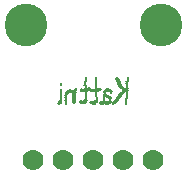
<source format=gbr>
G04 EAGLE Gerber RS-274X export*
G75*
%MOMM*%
%FSLAX34Y34*%
%LPD*%
%INSoldermask Bottom*%
%IPPOS*%
%AMOC8*
5,1,8,0,0,1.08239X$1,22.5*%
G01*
%ADD10C,3.617600*%
%ADD11C,1.778000*%
%ADD12R,0.063500X0.012700*%
%ADD13R,0.127000X0.012700*%
%ADD14R,0.165100X0.012700*%
%ADD15R,0.190500X0.012700*%
%ADD16R,0.012700X0.012700*%
%ADD17R,0.025400X0.012700*%
%ADD18R,0.203200X0.012700*%
%ADD19R,0.292100X0.012700*%
%ADD20R,0.139700X0.012700*%
%ADD21R,0.215900X0.012700*%
%ADD22R,0.038100X0.012700*%
%ADD23R,0.355600X0.012700*%
%ADD24R,0.266700X0.012700*%
%ADD25R,0.228600X0.012700*%
%ADD26R,0.114300X0.012700*%
%ADD27R,0.419100X0.012700*%
%ADD28R,0.330200X0.012700*%
%ADD29R,0.101600X0.012700*%
%ADD30R,0.241300X0.012700*%
%ADD31R,0.177800X0.012700*%
%ADD32R,0.482600X0.012700*%
%ADD33R,0.381000X0.012700*%
%ADD34R,0.254000X0.012700*%
%ADD35R,0.850900X0.012700*%
%ADD36R,0.279400X0.012700*%
%ADD37R,0.889000X0.012700*%
%ADD38R,0.457200X0.012700*%
%ADD39R,0.088900X0.012700*%
%ADD40R,0.914400X0.012700*%
%ADD41R,0.508000X0.012700*%
%ADD42R,0.152400X0.012700*%
%ADD43R,0.304800X0.012700*%
%ADD44R,0.927100X0.012700*%
%ADD45R,0.520700X0.012700*%
%ADD46R,0.393700X0.012700*%
%ADD47R,0.317500X0.012700*%
%ADD48R,0.939800X0.012700*%
%ADD49R,0.546100X0.012700*%
%ADD50R,0.431800X0.012700*%
%ADD51R,0.342900X0.012700*%
%ADD52R,0.965200X0.012700*%
%ADD53R,0.571500X0.012700*%
%ADD54R,0.469900X0.012700*%
%ADD55R,0.596900X0.012700*%
%ADD56R,0.495300X0.012700*%
%ADD57R,0.368300X0.012700*%
%ADD58R,0.977900X0.012700*%
%ADD59R,0.533400X0.012700*%
%ADD60R,0.990600X0.012700*%
%ADD61R,0.609600X0.012700*%
%ADD62R,0.558800X0.012700*%
%ADD63R,0.622300X0.012700*%
%ADD64R,0.584200X0.012700*%
%ADD65R,0.635000X0.012700*%
%ADD66R,0.406400X0.012700*%
%ADD67R,0.647700X0.012700*%
%ADD68R,0.050800X0.012700*%
%ADD69R,0.876300X0.012700*%
%ADD70R,0.863600X0.012700*%
%ADD71R,0.698500X0.012700*%
%ADD72R,0.723900X0.012700*%
%ADD73R,0.660400X0.012700*%
%ADD74R,0.685800X0.012700*%
%ADD75R,0.762000X0.012700*%
%ADD76R,0.711200X0.012700*%
%ADD77R,0.673100X0.012700*%
%ADD78R,0.787400X0.012700*%
%ADD79R,0.749300X0.012700*%
%ADD80R,0.825500X0.012700*%
%ADD81R,0.774700X0.012700*%
%ADD82R,0.800100X0.012700*%
%ADD83R,0.838200X0.012700*%
%ADD84R,0.444500X0.012700*%
%ADD85R,0.901700X0.012700*%
%ADD86R,0.812800X0.012700*%
%ADD87R,0.076200X0.012700*%


D10*
X25400Y139700D03*
X139700Y139700D03*
D11*
X31750Y25400D03*
X57150Y25400D03*
X82550Y25400D03*
X107950Y25400D03*
X133350Y25400D03*
D12*
X110236Y71882D03*
D13*
X110173Y72009D03*
D14*
X110236Y72136D03*
D15*
X110236Y72263D03*
D16*
X94361Y72263D03*
X93980Y72263D03*
D17*
X93155Y72263D03*
D12*
X82804Y72263D03*
D17*
X53912Y72263D03*
D16*
X53594Y72263D03*
D18*
X110173Y72390D03*
D19*
X93980Y72390D03*
D20*
X89916Y72390D03*
D18*
X82741Y72390D03*
D20*
X53721Y72390D03*
D21*
X110236Y72517D03*
D22*
X99568Y72517D03*
D23*
X94044Y72517D03*
D21*
X89916Y72517D03*
D24*
X82804Y72517D03*
D15*
X53721Y72517D03*
D25*
X110173Y72644D03*
D26*
X99568Y72644D03*
D27*
X94107Y72644D03*
D24*
X89916Y72644D03*
D28*
X82741Y72644D03*
D29*
X59500Y72644D03*
D25*
X53785Y72644D03*
D30*
X110236Y72771D03*
D31*
X99632Y72771D03*
D32*
X94044Y72771D03*
D19*
X89916Y72771D03*
D33*
X82741Y72771D03*
D13*
X73724Y72771D03*
D20*
X59563Y72771D03*
D34*
X53785Y72771D03*
D30*
X110236Y72898D03*
D21*
X99695Y72898D03*
D35*
X92583Y72898D03*
D27*
X82677Y72898D03*
D21*
X73660Y72898D03*
D31*
X59500Y72898D03*
D36*
X53785Y72898D03*
D30*
X110236Y73025D03*
D34*
X99759Y73025D03*
D37*
X92647Y73025D03*
D38*
X82614Y73025D03*
D19*
X73660Y73025D03*
D39*
X66167Y73025D03*
D18*
X59500Y73025D03*
D19*
X53848Y73025D03*
D30*
X110236Y73152D03*
D24*
X99822Y73152D03*
D40*
X92647Y73152D03*
D41*
X82614Y73152D03*
D23*
X73597Y73152D03*
D42*
X66231Y73152D03*
D18*
X59500Y73152D03*
D43*
X53912Y73152D03*
D30*
X110236Y73279D03*
D43*
X99886Y73279D03*
D44*
X92710Y73279D03*
D45*
X82677Y73279D03*
D46*
X73533Y73279D03*
D31*
X66231Y73279D03*
D25*
X59500Y73279D03*
D28*
X53912Y73279D03*
D30*
X110236Y73406D03*
D47*
X99949Y73406D03*
D48*
X92774Y73406D03*
D49*
X82677Y73406D03*
D50*
X73597Y73406D03*
D18*
X66231Y73406D03*
D25*
X59500Y73406D03*
D51*
X53975Y73406D03*
D30*
X110236Y73533D03*
D28*
X100013Y73533D03*
D52*
X92774Y73533D03*
D53*
X82677Y73533D03*
D54*
X73533Y73533D03*
D25*
X66231Y73533D03*
X59500Y73533D03*
D51*
X53975Y73533D03*
D30*
X110236Y73660D03*
D23*
X100140Y73660D03*
D52*
X92774Y73660D03*
D55*
X82677Y73660D03*
D56*
X73533Y73660D03*
D30*
X66294Y73660D03*
X59563Y73660D03*
D23*
X54039Y73660D03*
D30*
X110236Y73787D03*
D57*
X100203Y73787D03*
D58*
X92837Y73787D03*
D55*
X82804Y73787D03*
D59*
X73597Y73787D03*
D34*
X66231Y73787D03*
D30*
X59563Y73787D03*
D23*
X54039Y73787D03*
D25*
X110300Y73914D03*
D33*
X100267Y73914D03*
D60*
X92901Y73914D03*
D61*
X82741Y73914D03*
D62*
X73597Y73914D03*
D34*
X66231Y73914D03*
D30*
X59563Y73914D03*
D23*
X54166Y73914D03*
D25*
X110300Y74041D03*
D46*
X100330Y74041D03*
D60*
X92901Y74041D03*
D63*
X82804Y74041D03*
D64*
X73597Y74041D03*
D34*
X66231Y74041D03*
D30*
X59563Y74041D03*
D23*
X54166Y74041D03*
D25*
X110300Y74168D03*
D46*
X100457Y74168D03*
D58*
X92964Y74168D03*
D65*
X82868Y74168D03*
D55*
X73660Y74168D03*
D24*
X66294Y74168D03*
D30*
X59563Y74168D03*
D23*
X54293Y74168D03*
D30*
X110363Y74295D03*
D66*
X100521Y74295D03*
D58*
X93091Y74295D03*
D65*
X82868Y74295D03*
D61*
X73597Y74295D03*
D24*
X66294Y74295D03*
D30*
X59563Y74295D03*
D23*
X54293Y74295D03*
D30*
X110363Y74422D03*
D46*
X100584Y74422D03*
D58*
X93091Y74422D03*
D67*
X82931Y74422D03*
D61*
X73724Y74422D03*
D24*
X66294Y74422D03*
D30*
X59690Y74422D03*
D51*
X54356Y74422D03*
D25*
X110427Y74549D03*
D46*
X100711Y74549D03*
D47*
X96393Y74549D03*
D43*
X91631Y74549D03*
D42*
X89091Y74549D03*
D65*
X82995Y74549D03*
X73724Y74549D03*
D24*
X66294Y74549D03*
D30*
X59690Y74549D03*
D47*
X54483Y74549D03*
D25*
X110427Y74676D03*
D46*
X100838Y74676D03*
D19*
X96647Y74676D03*
D24*
X91567Y74676D03*
D29*
X89091Y74676D03*
D28*
X84646Y74676D03*
D36*
X81217Y74676D03*
D65*
X73724Y74676D03*
D24*
X66294Y74676D03*
D30*
X59690Y74676D03*
D19*
X54737Y74676D03*
D25*
X110427Y74803D03*
D57*
X100965Y74803D03*
D24*
X96774Y74803D03*
D30*
X91440Y74803D03*
D68*
X89091Y74803D03*
D43*
X84773Y74803D03*
D21*
X81026Y74803D03*
D65*
X73851Y74803D03*
D24*
X66294Y74803D03*
D30*
X59690Y74803D03*
D34*
X54928Y74803D03*
D25*
X110427Y74930D03*
D23*
X101156Y74930D03*
D30*
X96901Y74930D03*
D25*
X91377Y74930D03*
D36*
X84900Y74930D03*
D31*
X80963Y74930D03*
D65*
X73851Y74930D03*
D24*
X66294Y74930D03*
D30*
X59690Y74930D03*
X54991Y74930D03*
D25*
X110427Y75057D03*
D51*
X101346Y75057D03*
D25*
X96965Y75057D03*
X91377Y75057D03*
D36*
X85027Y75057D03*
D42*
X80963Y75057D03*
D65*
X73851Y75057D03*
D24*
X66294Y75057D03*
D30*
X59690Y75057D03*
X54991Y75057D03*
D25*
X110427Y75184D03*
D28*
X101537Y75184D03*
D25*
X96965Y75184D03*
X91504Y75184D03*
D24*
X85090Y75184D03*
D26*
X80899Y75184D03*
D47*
X75565Y75184D03*
D34*
X72073Y75184D03*
D24*
X66294Y75184D03*
D30*
X59690Y75184D03*
X54991Y75184D03*
D21*
X110490Y75311D03*
D28*
X101664Y75311D03*
D21*
X97028Y75311D03*
D25*
X91504Y75311D03*
D34*
X85154Y75311D03*
D19*
X75692Y75311D03*
D21*
X71882Y75311D03*
D24*
X66294Y75311D03*
D34*
X59754Y75311D03*
X55055Y75311D03*
D21*
X110490Y75438D03*
D28*
X101791Y75438D03*
D21*
X97028Y75438D03*
D25*
X91504Y75438D03*
D34*
X85154Y75438D03*
D19*
X75819Y75438D03*
D31*
X71819Y75438D03*
D24*
X66294Y75438D03*
D30*
X59817Y75438D03*
D34*
X55055Y75438D03*
D21*
X110490Y75565D03*
D47*
X101981Y75565D03*
D21*
X97028Y75565D03*
D25*
X91504Y75565D03*
D30*
X85217Y75565D03*
D24*
X75946Y75565D03*
D20*
X71882Y75565D03*
D24*
X66294Y75565D03*
D30*
X59817Y75565D03*
X55118Y75565D03*
D25*
X110554Y75692D03*
D47*
X102108Y75692D03*
D21*
X97028Y75692D03*
D25*
X91504Y75692D03*
D30*
X85217Y75692D03*
D34*
X76010Y75692D03*
D39*
X71755Y75692D03*
D24*
X66294Y75692D03*
D30*
X59817Y75692D03*
X55118Y75692D03*
D25*
X110554Y75819D03*
D47*
X102235Y75819D03*
D21*
X97028Y75819D03*
D25*
X91504Y75819D03*
D34*
X85281Y75819D03*
X76010Y75819D03*
D24*
X66294Y75819D03*
D30*
X59817Y75819D03*
X55118Y75819D03*
D25*
X110554Y75946D03*
D47*
X102235Y75946D03*
D21*
X97028Y75946D03*
D25*
X91504Y75946D03*
D30*
X85344Y75946D03*
D34*
X76137Y75946D03*
D24*
X66294Y75946D03*
D30*
X59817Y75946D03*
D34*
X55182Y75946D03*
D25*
X110554Y76073D03*
D47*
X102362Y76073D03*
D21*
X97028Y76073D03*
D25*
X91504Y76073D03*
D30*
X85344Y76073D03*
D34*
X76137Y76073D03*
D24*
X66294Y76073D03*
D30*
X59817Y76073D03*
X55245Y76073D03*
D25*
X110554Y76200D03*
D47*
X102489Y76200D03*
D21*
X97028Y76200D03*
D30*
X91567Y76200D03*
X85344Y76200D03*
D34*
X76137Y76200D03*
D24*
X66294Y76200D03*
D30*
X59817Y76200D03*
X55245Y76200D03*
D25*
X110554Y76327D03*
D28*
X102553Y76327D03*
D21*
X97028Y76327D03*
D30*
X91567Y76327D03*
X85344Y76327D03*
X76200Y76327D03*
D24*
X66294Y76327D03*
D30*
X59817Y76327D03*
X55245Y76327D03*
D25*
X110554Y76454D03*
D28*
X102680Y76454D03*
D21*
X97028Y76454D03*
D25*
X91631Y76454D03*
D30*
X85344Y76454D03*
X76200Y76454D03*
D24*
X66294Y76454D03*
D30*
X59817Y76454D03*
X55245Y76454D03*
D25*
X110554Y76581D03*
D47*
X102743Y76581D03*
D25*
X96965Y76581D03*
X91631Y76581D03*
D30*
X85344Y76581D03*
X76200Y76581D03*
D24*
X66294Y76581D03*
D30*
X59817Y76581D03*
X55245Y76581D03*
D25*
X110554Y76708D03*
D47*
X102870Y76708D03*
D30*
X96901Y76708D03*
D25*
X91631Y76708D03*
D30*
X85344Y76708D03*
X76200Y76708D03*
D24*
X66294Y76708D03*
D30*
X59817Y76708D03*
X55245Y76708D03*
D25*
X110554Y76835D03*
D43*
X102934Y76835D03*
D30*
X96901Y76835D03*
D25*
X91631Y76835D03*
D30*
X85344Y76835D03*
X76200Y76835D03*
D24*
X66294Y76835D03*
D30*
X59817Y76835D03*
X55245Y76835D03*
D25*
X110554Y76962D03*
D43*
X103061Y76962D03*
D34*
X96838Y76962D03*
D25*
X91631Y76962D03*
D30*
X85344Y76962D03*
X76200Y76962D03*
D24*
X66294Y76962D03*
D30*
X59817Y76962D03*
X55245Y76962D03*
X110617Y77089D03*
D19*
X103124Y77089D03*
D34*
X96711Y77089D03*
D30*
X91694Y77089D03*
X85344Y77089D03*
X76200Y77089D03*
D24*
X66294Y77089D03*
D30*
X59817Y77089D03*
X55245Y77089D03*
X110617Y77216D03*
D19*
X103251Y77216D03*
D34*
X96711Y77216D03*
D30*
X91694Y77216D03*
X85344Y77216D03*
X76200Y77216D03*
D24*
X66294Y77216D03*
D30*
X59817Y77216D03*
X55245Y77216D03*
X110617Y77343D03*
D19*
X103378Y77343D03*
D24*
X96647Y77343D03*
D30*
X91694Y77343D03*
X85344Y77343D03*
X76200Y77343D03*
D24*
X66294Y77343D03*
D30*
X59817Y77343D03*
X55245Y77343D03*
X110617Y77470D03*
D19*
X103378Y77470D03*
D34*
X96584Y77470D03*
D30*
X91694Y77470D03*
X85344Y77470D03*
X76200Y77470D03*
D24*
X66294Y77470D03*
D30*
X59817Y77470D03*
X55245Y77470D03*
X110617Y77597D03*
D19*
X103505Y77597D03*
D24*
X96520Y77597D03*
D30*
X91694Y77597D03*
X85344Y77597D03*
X76200Y77597D03*
D24*
X66294Y77597D03*
D30*
X59817Y77597D03*
X55245Y77597D03*
D25*
X110681Y77724D03*
D36*
X103569Y77724D03*
D24*
X96393Y77724D03*
D30*
X91694Y77724D03*
X85344Y77724D03*
X76200Y77724D03*
D24*
X66294Y77724D03*
D30*
X59817Y77724D03*
X55245Y77724D03*
D25*
X110681Y77851D03*
D19*
X103632Y77851D03*
X96266Y77851D03*
D25*
X91758Y77851D03*
D30*
X85344Y77851D03*
X76200Y77851D03*
D24*
X66294Y77851D03*
D30*
X59817Y77851D03*
X55245Y77851D03*
D25*
X110681Y77978D03*
D19*
X103759Y77978D03*
X96139Y77978D03*
D30*
X91821Y77978D03*
X85344Y77978D03*
X76200Y77978D03*
D24*
X66294Y77978D03*
D30*
X59817Y77978D03*
D25*
X55182Y77978D03*
X110681Y78105D03*
D43*
X103823Y78105D03*
X95949Y78105D03*
D30*
X91821Y78105D03*
X85344Y78105D03*
X76200Y78105D03*
D24*
X66294Y78105D03*
D34*
X59754Y78105D03*
D30*
X55118Y78105D03*
D25*
X110681Y78232D03*
D43*
X103950Y78232D03*
D47*
X95885Y78232D03*
D30*
X91821Y78232D03*
X85344Y78232D03*
X76200Y78232D03*
D24*
X66294Y78232D03*
D30*
X59690Y78232D03*
X55118Y78232D03*
X110744Y78359D03*
D43*
X104077Y78359D03*
D51*
X95631Y78359D03*
D30*
X91821Y78359D03*
X85344Y78359D03*
X76200Y78359D03*
D24*
X66294Y78359D03*
D30*
X59690Y78359D03*
X55118Y78359D03*
X110744Y78486D03*
D19*
X104140Y78486D03*
D33*
X95314Y78486D03*
D25*
X91885Y78486D03*
X85281Y78486D03*
D30*
X76200Y78486D03*
D24*
X66294Y78486D03*
D30*
X59690Y78486D03*
X55118Y78486D03*
X110744Y78613D03*
D43*
X104204Y78613D03*
D67*
X93980Y78613D03*
D30*
X85217Y78613D03*
X76200Y78613D03*
D24*
X66294Y78613D03*
D30*
X59690Y78613D03*
X55118Y78613D03*
D25*
X110808Y78740D03*
D19*
X104267Y78740D03*
D65*
X93917Y78740D03*
D30*
X85217Y78740D03*
X76200Y78740D03*
D24*
X66294Y78740D03*
D30*
X59690Y78740D03*
X55118Y78740D03*
D25*
X110808Y78867D03*
D43*
X104331Y78867D03*
D63*
X93853Y78867D03*
D30*
X85217Y78867D03*
X76200Y78867D03*
D24*
X66294Y78867D03*
D30*
X59690Y78867D03*
X55118Y78867D03*
D25*
X110808Y78994D03*
D43*
X104458Y78994D03*
D63*
X93853Y78994D03*
D30*
X85217Y78994D03*
X76200Y78994D03*
D24*
X66294Y78994D03*
D30*
X59690Y78994D03*
X55118Y78994D03*
D25*
X110808Y79121D03*
D43*
X104585Y79121D03*
D61*
X93790Y79121D03*
D30*
X85217Y79121D03*
X76200Y79121D03*
D24*
X66294Y79121D03*
D30*
X59690Y79121D03*
X55118Y79121D03*
D25*
X110808Y79248D03*
D47*
X104648Y79248D03*
D55*
X93726Y79248D03*
D30*
X85217Y79248D03*
X76200Y79248D03*
D24*
X66294Y79248D03*
D30*
X59690Y79248D03*
X55118Y79248D03*
D25*
X110808Y79375D03*
D47*
X104775Y79375D03*
D64*
X93663Y79375D03*
D30*
X85217Y79375D03*
X76200Y79375D03*
D24*
X66294Y79375D03*
D30*
X59690Y79375D03*
X55118Y79375D03*
D25*
X110808Y79502D03*
D43*
X104839Y79502D03*
D53*
X93599Y79502D03*
D30*
X85217Y79502D03*
X76200Y79502D03*
D24*
X66294Y79502D03*
D30*
X59690Y79502D03*
X55118Y79502D03*
D25*
X110808Y79629D03*
D43*
X104966Y79629D03*
D62*
X93536Y79629D03*
D30*
X85217Y79629D03*
X76200Y79629D03*
D24*
X66294Y79629D03*
D30*
X59690Y79629D03*
X55118Y79629D03*
D25*
X110808Y79756D03*
D43*
X105093Y79756D03*
D59*
X93409Y79756D03*
D30*
X85217Y79756D03*
X76200Y79756D03*
D24*
X66294Y79756D03*
D30*
X59690Y79756D03*
X55118Y79756D03*
D25*
X110808Y79883D03*
D43*
X105220Y79883D03*
D41*
X93282Y79883D03*
D30*
X85217Y79883D03*
D25*
X76137Y79883D03*
D36*
X66231Y79883D03*
D34*
X59754Y79883D03*
D30*
X55118Y79883D03*
D25*
X110808Y80010D03*
D47*
X105283Y80010D03*
D32*
X93282Y80010D03*
D30*
X85217Y80010D03*
D25*
X76137Y80010D03*
D36*
X66231Y80010D03*
D30*
X59817Y80010D03*
X55118Y80010D03*
D25*
X110808Y80137D03*
D47*
X105410Y80137D03*
D38*
X93155Y80137D03*
D30*
X85217Y80137D03*
X76073Y80137D03*
D36*
X66231Y80137D03*
D30*
X59817Y80137D03*
X55118Y80137D03*
D25*
X110808Y80264D03*
D43*
X105474Y80264D03*
D50*
X93028Y80264D03*
D30*
X85217Y80264D03*
X76073Y80264D03*
D36*
X66231Y80264D03*
D30*
X59817Y80264D03*
X54991Y80264D03*
D25*
X110808Y80391D03*
D47*
X105537Y80391D03*
D46*
X92837Y80391D03*
D30*
X85217Y80391D03*
X76073Y80391D03*
D36*
X66231Y80391D03*
D30*
X59817Y80391D03*
X54991Y80391D03*
D25*
X110808Y80518D03*
D47*
X105664Y80518D03*
D23*
X92647Y80518D03*
D30*
X85090Y80518D03*
X76073Y80518D03*
D19*
X66294Y80518D03*
D30*
X59817Y80518D03*
X54991Y80518D03*
D25*
X110808Y80645D03*
D28*
X105855Y80645D03*
D43*
X92393Y80645D03*
D30*
X85090Y80645D03*
X76073Y80645D03*
D19*
X66294Y80645D03*
D30*
X59817Y80645D03*
X54991Y80645D03*
D25*
X110808Y80772D03*
D28*
X105982Y80772D03*
D25*
X92012Y80772D03*
D30*
X85090Y80772D03*
X76073Y80772D03*
D43*
X66231Y80772D03*
D34*
X59881Y80772D03*
D30*
X54991Y80772D03*
D25*
X110808Y80899D03*
D28*
X106109Y80899D03*
D25*
X92012Y80899D03*
D30*
X85090Y80899D03*
X76073Y80899D03*
D43*
X66231Y80899D03*
D34*
X59881Y80899D03*
D30*
X54991Y80899D03*
D25*
X110808Y81026D03*
D51*
X106172Y81026D03*
D21*
X92075Y81026D03*
D30*
X85090Y81026D03*
X76073Y81026D03*
D43*
X66231Y81026D03*
D34*
X60008Y81026D03*
D30*
X54991Y81026D03*
D25*
X110808Y81153D03*
D51*
X106299Y81153D03*
D21*
X92075Y81153D03*
D30*
X85090Y81153D03*
X76073Y81153D03*
D47*
X66167Y81153D03*
D34*
X60008Y81153D03*
D25*
X54928Y81153D03*
X110808Y81280D03*
D51*
X106426Y81280D03*
D21*
X92075Y81280D03*
D30*
X85090Y81280D03*
X76073Y81280D03*
D47*
X66167Y81280D03*
D24*
X60071Y81280D03*
D30*
X54864Y81280D03*
D25*
X110808Y81407D03*
D51*
X106553Y81407D03*
D21*
X92075Y81407D03*
D30*
X85090Y81407D03*
X76073Y81407D03*
D28*
X66104Y81407D03*
D24*
X60198Y81407D03*
D30*
X54864Y81407D03*
D25*
X110808Y81534D03*
D28*
X106617Y81534D03*
D21*
X92075Y81534D03*
D30*
X85090Y81534D03*
X76073Y81534D03*
D23*
X66104Y81534D03*
D24*
X60198Y81534D03*
D30*
X54864Y81534D03*
D25*
X110808Y81661D03*
D28*
X106744Y81661D03*
D29*
X97600Y81661D03*
D25*
X92139Y81661D03*
D30*
X85090Y81661D03*
X76073Y81661D03*
D57*
X66040Y81661D03*
D36*
X60262Y81661D03*
D30*
X54864Y81661D03*
D25*
X110808Y81788D03*
D51*
X106807Y81788D03*
D13*
X97600Y81788D03*
D25*
X92139Y81788D03*
X85027Y81788D03*
X76010Y81788D03*
D33*
X65977Y81788D03*
D24*
X60325Y81788D03*
D30*
X54864Y81788D03*
D25*
X110808Y81915D03*
D51*
X107061Y81915D03*
D31*
X97600Y81915D03*
D25*
X92139Y81915D03*
X85027Y81915D03*
X76010Y81915D03*
D66*
X65977Y81915D03*
D36*
X60389Y81915D03*
D30*
X54864Y81915D03*
D25*
X110808Y82042D03*
D28*
X107125Y82042D03*
D31*
X97600Y82042D03*
D25*
X92139Y82042D03*
D30*
X84963Y82042D03*
X75946Y82042D03*
D50*
X65850Y82042D03*
D19*
X60452Y82042D03*
D30*
X54864Y82042D03*
D25*
X110808Y82169D03*
D23*
X107252Y82169D03*
D18*
X97600Y82169D03*
D30*
X92202Y82169D03*
X84963Y82169D03*
X75946Y82169D03*
D56*
X65659Y82169D03*
D19*
X60579Y82169D03*
D30*
X54864Y82169D03*
X110871Y82296D03*
D51*
X107315Y82296D03*
D18*
X97600Y82296D03*
D25*
X92266Y82296D03*
D30*
X84963Y82296D03*
D25*
X76010Y82296D03*
D62*
X65342Y82296D03*
D47*
X60706Y82296D03*
D30*
X54864Y82296D03*
X110871Y82423D03*
D51*
X107442Y82423D03*
D21*
X97536Y82423D03*
D30*
X92329Y82423D03*
X84963Y82423D03*
X75946Y82423D03*
D37*
X63691Y82423D03*
D30*
X54864Y82423D03*
X110871Y82550D03*
D28*
X107633Y82550D03*
D21*
X97536Y82550D03*
D34*
X92393Y82550D03*
D30*
X84963Y82550D03*
X75946Y82550D03*
D69*
X63754Y82550D03*
D30*
X54864Y82550D03*
X110871Y82677D03*
D28*
X107760Y82677D03*
D30*
X97536Y82677D03*
X92456Y82677D03*
X84963Y82677D03*
X75946Y82677D03*
D37*
X63818Y82677D03*
D30*
X54864Y82677D03*
X110871Y82804D03*
D28*
X107887Y82804D03*
D30*
X97409Y82804D03*
D34*
X92520Y82804D03*
D30*
X84963Y82804D03*
X75946Y82804D03*
D69*
X63881Y82804D03*
D30*
X54864Y82804D03*
D53*
X109220Y82931D03*
D30*
X97409Y82931D03*
D34*
X92520Y82931D03*
D30*
X84963Y82931D03*
X75946Y82931D03*
D70*
X63945Y82931D03*
D30*
X54991Y82931D03*
D53*
X109220Y83058D03*
D34*
X97346Y83058D03*
D24*
X92583Y83058D03*
D45*
X83566Y83058D03*
D30*
X75946Y83058D03*
D14*
X73660Y83058D03*
D69*
X64008Y83058D03*
D30*
X54991Y83058D03*
D62*
X109284Y83185D03*
D24*
X97282Y83185D03*
D36*
X92774Y83185D03*
D49*
X83439Y83185D03*
D45*
X74549Y83185D03*
D70*
X64072Y83185D03*
D30*
X54991Y83185D03*
D49*
X109347Y83312D03*
D19*
X97028Y83312D03*
D36*
X92901Y83312D03*
D67*
X83820Y83312D03*
D53*
X74549Y83312D03*
D70*
X64072Y83312D03*
D30*
X54991Y83312D03*
D59*
X109411Y83439D03*
D71*
X94996Y83439D03*
D72*
X83947Y83439D03*
D73*
X74867Y83439D03*
D34*
X67247Y83439D03*
D64*
X62802Y83439D03*
D30*
X54991Y83439D03*
D45*
X109474Y83566D03*
D74*
X95060Y83566D03*
D75*
X84138Y83566D03*
D76*
X74994Y83566D03*
D34*
X67247Y83566D03*
D53*
X62738Y83566D03*
D30*
X54991Y83566D03*
D41*
X109538Y83693D03*
D77*
X94996Y83693D03*
D78*
X84265Y83693D03*
D79*
X75057Y83693D03*
D34*
X67247Y83693D03*
D49*
X62738Y83693D03*
D30*
X54991Y83693D03*
D56*
X109601Y83820D03*
D67*
X94996Y83820D03*
D80*
X84328Y83820D03*
D81*
X75184Y83820D03*
D30*
X67310Y83820D03*
D45*
X62738Y83820D03*
D30*
X54991Y83820D03*
D32*
X109665Y83947D03*
D67*
X94996Y83947D03*
D70*
X84519Y83947D03*
D82*
X75311Y83947D03*
D30*
X67310Y83947D03*
D56*
X62738Y83947D03*
D30*
X54864Y83947D03*
D54*
X109728Y84074D03*
D63*
X94996Y84074D03*
D69*
X84582Y84074D03*
D83*
X75375Y84074D03*
D34*
X67374Y84074D03*
D84*
X62738Y84074D03*
D25*
X54928Y84074D03*
D38*
X109792Y84201D03*
D55*
X94996Y84201D03*
D37*
X84646Y84201D03*
D70*
X75502Y84201D03*
D30*
X67437Y84201D03*
D66*
X62675Y84201D03*
D25*
X54928Y84201D03*
D84*
X109855Y84328D03*
D53*
X94996Y84328D03*
D85*
X84709Y84328D03*
D69*
X75565Y84328D03*
D30*
X67437Y84328D03*
D51*
X62738Y84328D03*
D25*
X54928Y84328D03*
D38*
X109792Y84455D03*
D53*
X94996Y84455D03*
D85*
X84709Y84455D03*
D69*
X75565Y84455D03*
D34*
X67501Y84455D03*
D24*
X62611Y84455D03*
D21*
X54864Y84455D03*
D32*
X109665Y84582D03*
D49*
X94996Y84582D03*
D40*
X84773Y84582D03*
D37*
X75629Y84582D03*
D34*
X67501Y84582D03*
D31*
X62421Y84582D03*
D18*
X54928Y84582D03*
D41*
X109538Y84709D03*
D45*
X94996Y84709D03*
D85*
X84836Y84709D03*
D37*
X75756Y84709D03*
D30*
X67437Y84709D03*
D17*
X62421Y84709D03*
D31*
X54928Y84709D03*
D59*
X109411Y84836D03*
D56*
X94996Y84836D03*
D85*
X84836Y84836D03*
D37*
X75756Y84836D03*
D25*
X67501Y84836D03*
D42*
X54928Y84836D03*
D49*
X109347Y84963D03*
D54*
X94996Y84963D03*
D37*
X84900Y84963D03*
D69*
X75819Y84963D03*
D25*
X67501Y84963D03*
D13*
X54928Y84963D03*
D62*
X109284Y85090D03*
D27*
X94996Y85090D03*
D69*
X84963Y85090D03*
D70*
X75883Y85090D03*
D21*
X67564Y85090D03*
D68*
X54928Y85090D03*
D53*
X109220Y85217D03*
D46*
X94996Y85217D03*
D70*
X85027Y85217D03*
D35*
X75946Y85217D03*
D18*
X67501Y85217D03*
D64*
X109157Y85344D03*
D28*
X94933Y85344D03*
D86*
X85281Y85344D03*
D83*
X76010Y85344D03*
D31*
X67501Y85344D03*
D55*
X109093Y85471D03*
D34*
X94933Y85471D03*
D62*
X86551Y85471D03*
D53*
X77343Y85471D03*
D12*
X72644Y85471D03*
D20*
X67564Y85471D03*
D63*
X108966Y85598D03*
D87*
X95060Y85598D03*
D49*
X86487Y85598D03*
X77470Y85598D03*
D39*
X67564Y85598D03*
D65*
X108903Y85725D03*
D30*
X88011Y85725D03*
X84963Y85725D03*
D36*
X78677Y85725D03*
D30*
X75946Y85725D03*
D67*
X108839Y85852D03*
D15*
X88138Y85852D03*
D30*
X84963Y85852D03*
D25*
X78931Y85852D03*
D30*
X75946Y85852D03*
D73*
X108776Y85979D03*
D20*
X88138Y85979D03*
D30*
X84963Y85979D03*
D18*
X78931Y85979D03*
D30*
X75946Y85979D03*
D77*
X108712Y86106D03*
D87*
X88202Y86106D03*
D30*
X84963Y86106D03*
D14*
X78994Y86106D03*
D30*
X75946Y86106D03*
X110871Y86233D03*
D66*
X107252Y86233D03*
D30*
X84963Y86233D03*
D26*
X78994Y86233D03*
D30*
X75946Y86233D03*
D25*
X110935Y86360D03*
D46*
X107061Y86360D03*
D30*
X84963Y86360D03*
X75946Y86360D03*
D25*
X110935Y86487D03*
D33*
X106871Y86487D03*
D30*
X84963Y86487D03*
X75946Y86487D03*
D25*
X110935Y86614D03*
D57*
X106680Y86614D03*
D30*
X84963Y86614D03*
X75946Y86614D03*
X110998Y86741D03*
D23*
X106490Y86741D03*
D30*
X84963Y86741D03*
X75946Y86741D03*
X110998Y86868D03*
D51*
X106426Y86868D03*
D30*
X84963Y86868D03*
X75946Y86868D03*
X110998Y86995D03*
D51*
X106299Y86995D03*
D30*
X84963Y86995D03*
X75946Y86995D03*
X110998Y87122D03*
D47*
X106172Y87122D03*
D30*
X84963Y87122D03*
X75946Y87122D03*
X110998Y87249D03*
D47*
X106045Y87249D03*
D30*
X84963Y87249D03*
X75946Y87249D03*
X110998Y87376D03*
D47*
X105918Y87376D03*
D30*
X84963Y87376D03*
X75946Y87376D03*
X110998Y87503D03*
D43*
X105855Y87503D03*
D30*
X84963Y87503D03*
X75946Y87503D03*
X110998Y87630D03*
D19*
X105791Y87630D03*
D30*
X84963Y87630D03*
X75946Y87630D03*
X110998Y87757D03*
D19*
X105664Y87757D03*
D30*
X84963Y87757D03*
X75946Y87757D03*
D25*
X111062Y87884D03*
D19*
X105537Y87884D03*
D30*
X84963Y87884D03*
X75946Y87884D03*
D25*
X111062Y88011D03*
D36*
X105474Y88011D03*
D30*
X84963Y88011D03*
X75946Y88011D03*
D26*
X54991Y88011D03*
D25*
X111062Y88138D03*
D24*
X105410Y88138D03*
D30*
X84963Y88138D03*
X75946Y88138D03*
D20*
X54991Y88138D03*
D25*
X111062Y88265D03*
D24*
X105283Y88265D03*
D25*
X84900Y88265D03*
D30*
X75946Y88265D03*
D31*
X54928Y88265D03*
D25*
X111062Y88392D03*
D36*
X105220Y88392D03*
D25*
X84900Y88392D03*
D30*
X75819Y88392D03*
D15*
X54991Y88392D03*
D30*
X111125Y88519D03*
D24*
X105156Y88519D03*
D25*
X84900Y88519D03*
D34*
X75883Y88519D03*
D21*
X54991Y88519D03*
D30*
X111125Y88646D03*
D36*
X105093Y88646D03*
D25*
X84900Y88646D03*
D30*
X75819Y88646D03*
D21*
X54991Y88646D03*
D30*
X111125Y88773D03*
D24*
X105029Y88773D03*
D25*
X84900Y88773D03*
D30*
X75819Y88773D03*
D25*
X54928Y88773D03*
X111189Y88900D03*
D24*
X105029Y88900D03*
D25*
X84900Y88900D03*
D30*
X75819Y88900D03*
D25*
X54928Y88900D03*
X111189Y89027D03*
D24*
X104902Y89027D03*
D25*
X84900Y89027D03*
D30*
X75819Y89027D03*
X54991Y89027D03*
D25*
X111189Y89154D03*
D24*
X104902Y89154D03*
D30*
X84836Y89154D03*
X75819Y89154D03*
X54991Y89154D03*
D25*
X111189Y89281D03*
D24*
X104775Y89281D03*
D30*
X84836Y89281D03*
X75819Y89281D03*
D25*
X54928Y89281D03*
X111189Y89408D03*
D24*
X104775Y89408D03*
D30*
X84836Y89408D03*
X75819Y89408D03*
D21*
X54991Y89408D03*
D30*
X111252Y89535D03*
D24*
X104648Y89535D03*
D30*
X84836Y89535D03*
X75819Y89535D03*
D21*
X54991Y89535D03*
D30*
X111252Y89662D03*
D24*
X104648Y89662D03*
D30*
X84836Y89662D03*
X75819Y89662D03*
D18*
X54928Y89662D03*
D30*
X111252Y89789D03*
D24*
X104521Y89789D03*
D30*
X84836Y89789D03*
X75819Y89789D03*
D15*
X54991Y89789D03*
D30*
X111252Y89916D03*
D36*
X104458Y89916D03*
D30*
X84836Y89916D03*
X75819Y89916D03*
D14*
X54991Y89916D03*
D30*
X111252Y90043D03*
D24*
X104394Y90043D03*
D30*
X84836Y90043D03*
X75819Y90043D03*
D20*
X54991Y90043D03*
D34*
X111316Y90170D03*
D24*
X104394Y90170D03*
D30*
X84836Y90170D03*
X75819Y90170D03*
D39*
X54991Y90170D03*
D34*
X111316Y90297D03*
X104331Y90297D03*
D30*
X84836Y90297D03*
X75819Y90297D03*
X111379Y90424D03*
D24*
X104267Y90424D03*
D30*
X84836Y90424D03*
D25*
X75883Y90424D03*
D30*
X111379Y90551D03*
D34*
X104204Y90551D03*
D30*
X84836Y90551D03*
X75819Y90551D03*
X111379Y90678D03*
D24*
X104140Y90678D03*
D30*
X84836Y90678D03*
X75819Y90678D03*
X111379Y90805D03*
D34*
X104077Y90805D03*
D30*
X84836Y90805D03*
X75819Y90805D03*
X111379Y90932D03*
D34*
X104077Y90932D03*
D30*
X84836Y90932D03*
X75819Y90932D03*
X111379Y91059D03*
D34*
X103950Y91059D03*
D30*
X84836Y91059D03*
X75819Y91059D03*
X111379Y91186D03*
D34*
X103950Y91186D03*
D30*
X84836Y91186D03*
X75819Y91186D03*
X111379Y91313D03*
D24*
X103886Y91313D03*
D25*
X84900Y91313D03*
X75883Y91313D03*
D30*
X111506Y91440D03*
D34*
X103823Y91440D03*
D25*
X84900Y91440D03*
D30*
X75819Y91440D03*
D34*
X111443Y91567D03*
D24*
X103759Y91567D03*
D25*
X84900Y91567D03*
X75883Y91567D03*
D30*
X111506Y91694D03*
D24*
X103759Y91694D03*
D25*
X84900Y91694D03*
X75883Y91694D03*
D30*
X111506Y91821D03*
D24*
X103632Y91821D03*
D30*
X84963Y91821D03*
X75946Y91821D03*
X111506Y91948D03*
D24*
X103632Y91948D03*
D30*
X84963Y91948D03*
X75946Y91948D03*
X111506Y92075D03*
D36*
X103569Y92075D03*
D30*
X84963Y92075D03*
X75946Y92075D03*
X111506Y92202D03*
D24*
X103505Y92202D03*
D30*
X84963Y92202D03*
X75946Y92202D03*
X111506Y92329D03*
D36*
X103442Y92329D03*
D30*
X84963Y92329D03*
X75946Y92329D03*
X111506Y92456D03*
D24*
X103378Y92456D03*
D30*
X84963Y92456D03*
X75946Y92456D03*
X111506Y92583D03*
D34*
X103315Y92583D03*
D30*
X84963Y92583D03*
X75946Y92583D03*
X111506Y92710D03*
D24*
X103251Y92710D03*
D30*
X84963Y92710D03*
X75946Y92710D03*
X111506Y92837D03*
D34*
X103188Y92837D03*
D30*
X84963Y92837D03*
X75946Y92837D03*
X111506Y92964D03*
D24*
X103124Y92964D03*
D30*
X84963Y92964D03*
X75946Y92964D03*
X111506Y93091D03*
D24*
X103124Y93091D03*
D30*
X84963Y93091D03*
X75946Y93091D03*
X111506Y93218D03*
D24*
X102997Y93218D03*
D30*
X84963Y93218D03*
X75946Y93218D03*
X111506Y93345D03*
D24*
X102997Y93345D03*
D30*
X84963Y93345D03*
X75946Y93345D03*
D25*
X111570Y93472D03*
D24*
X102870Y93472D03*
D30*
X84963Y93472D03*
X75946Y93472D03*
D25*
X111570Y93599D03*
D24*
X102870Y93599D03*
D25*
X85027Y93599D03*
D30*
X75946Y93599D03*
X111633Y93726D03*
D24*
X102743Y93726D03*
D25*
X85027Y93726D03*
D30*
X75946Y93726D03*
X111633Y93853D03*
D24*
X102743Y93853D03*
D25*
X85027Y93853D03*
D30*
X75946Y93853D03*
X111633Y93980D03*
D24*
X102743Y93980D03*
D25*
X85027Y93980D03*
D30*
X75946Y93980D03*
X111633Y94107D03*
D34*
X102680Y94107D03*
D25*
X85027Y94107D03*
D30*
X75946Y94107D03*
X111633Y94234D03*
D34*
X102680Y94234D03*
D25*
X85027Y94234D03*
D30*
X75946Y94234D03*
X111633Y94361D03*
X102616Y94361D03*
D18*
X85027Y94361D03*
D25*
X76010Y94361D03*
D21*
X111633Y94488D03*
D25*
X102553Y94488D03*
D18*
X85027Y94488D03*
D21*
X75946Y94488D03*
X111633Y94615D03*
D25*
X102553Y94615D03*
D31*
X85027Y94615D03*
D21*
X75946Y94615D03*
D18*
X111570Y94742D03*
D25*
X102553Y94742D03*
D42*
X85027Y94742D03*
D15*
X75946Y94742D03*
X111633Y94869D03*
D18*
X102553Y94869D03*
D13*
X85027Y94869D03*
D14*
X75946Y94869D03*
X111633Y94996D03*
D18*
X102553Y94996D03*
D87*
X85027Y94996D03*
D20*
X75946Y94996D03*
X111633Y95123D03*
D31*
X102553Y95123D03*
D39*
X75946Y95123D03*
X111633Y95250D03*
D42*
X102553Y95250D03*
D26*
X102489Y95377D03*
M02*

</source>
